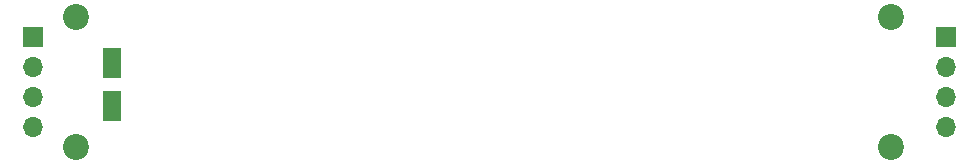
<source format=gbr>
%TF.GenerationSoftware,KiCad,Pcbnew,7.0.7*%
%TF.CreationDate,2024-07-29T17:51:35+02:00*%
%TF.ProjectId,LEDBAR,4c454442-4152-42e6-9b69-6361645f7063,rev?*%
%TF.SameCoordinates,Original*%
%TF.FileFunction,Soldermask,Bot*%
%TF.FilePolarity,Negative*%
%FSLAX46Y46*%
G04 Gerber Fmt 4.6, Leading zero omitted, Abs format (unit mm)*
G04 Created by KiCad (PCBNEW 7.0.7) date 2024-07-29 17:51:35*
%MOMM*%
%LPD*%
G01*
G04 APERTURE LIST*
G04 Aperture macros list*
%AMRoundRect*
0 Rectangle with rounded corners*
0 $1 Rounding radius*
0 $2 $3 $4 $5 $6 $7 $8 $9 X,Y pos of 4 corners*
0 Add a 4 corners polygon primitive as box body*
4,1,4,$2,$3,$4,$5,$6,$7,$8,$9,$2,$3,0*
0 Add four circle primitives for the rounded corners*
1,1,$1+$1,$2,$3*
1,1,$1+$1,$4,$5*
1,1,$1+$1,$6,$7*
1,1,$1+$1,$8,$9*
0 Add four rect primitives between the rounded corners*
20,1,$1+$1,$2,$3,$4,$5,0*
20,1,$1+$1,$4,$5,$6,$7,0*
20,1,$1+$1,$6,$7,$8,$9,0*
20,1,$1+$1,$8,$9,$2,$3,0*%
G04 Aperture macros list end*
%ADD10C,2.200000*%
%ADD11RoundRect,0.250000X0.550000X-1.050000X0.550000X1.050000X-0.550000X1.050000X-0.550000X-1.050000X0*%
%ADD12R,1.700000X1.700000*%
%ADD13O,1.700000X1.700000*%
G04 APERTURE END LIST*
D10*
%TO.C,H3*%
X130000000Y-71000000D03*
%TD*%
%TO.C,H1*%
X61000000Y-82000000D03*
%TD*%
%TO.C,H2*%
X61000000Y-71000000D03*
%TD*%
%TO.C,H4*%
X130000000Y-82000000D03*
%TD*%
D11*
%TO.C,C1*%
X64000000Y-78500000D03*
X64000000Y-74900000D03*
%TD*%
D12*
%TO.C,J1*%
X57375000Y-72700000D03*
D13*
X57375000Y-75240000D03*
X57375000Y-77780000D03*
X57375000Y-80320000D03*
%TD*%
D12*
%TO.C,J2*%
X134625000Y-72680000D03*
D13*
X134625000Y-75220000D03*
X134625000Y-77760000D03*
X134625000Y-80300000D03*
%TD*%
M02*

</source>
